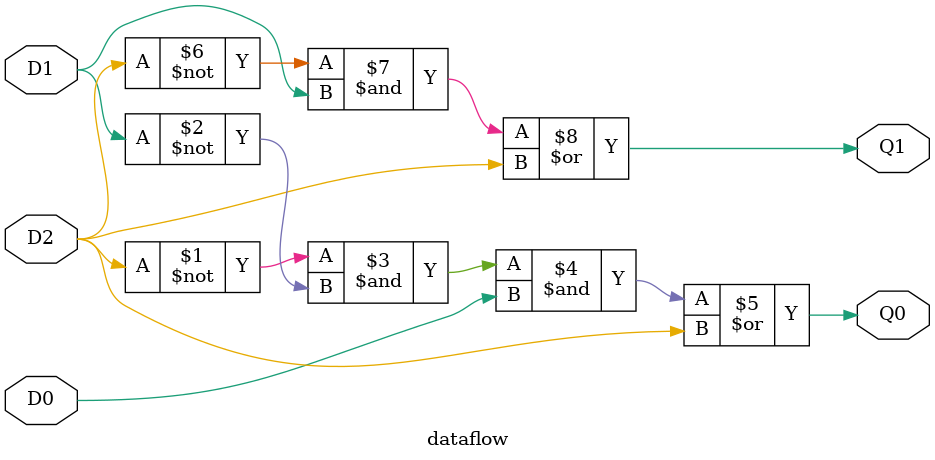
<source format=v>
`timescale 1ns / 1ps
module dataflow( Q1,Q0,D2,D1,D0 );
input D2,D1,D0;
output Q1,Q0;
assign Q0 = ((~D2)&(~D1)&D0) | D2;
assign Q1 = ((~D2)&D1) | D2;
endmodule

</source>
